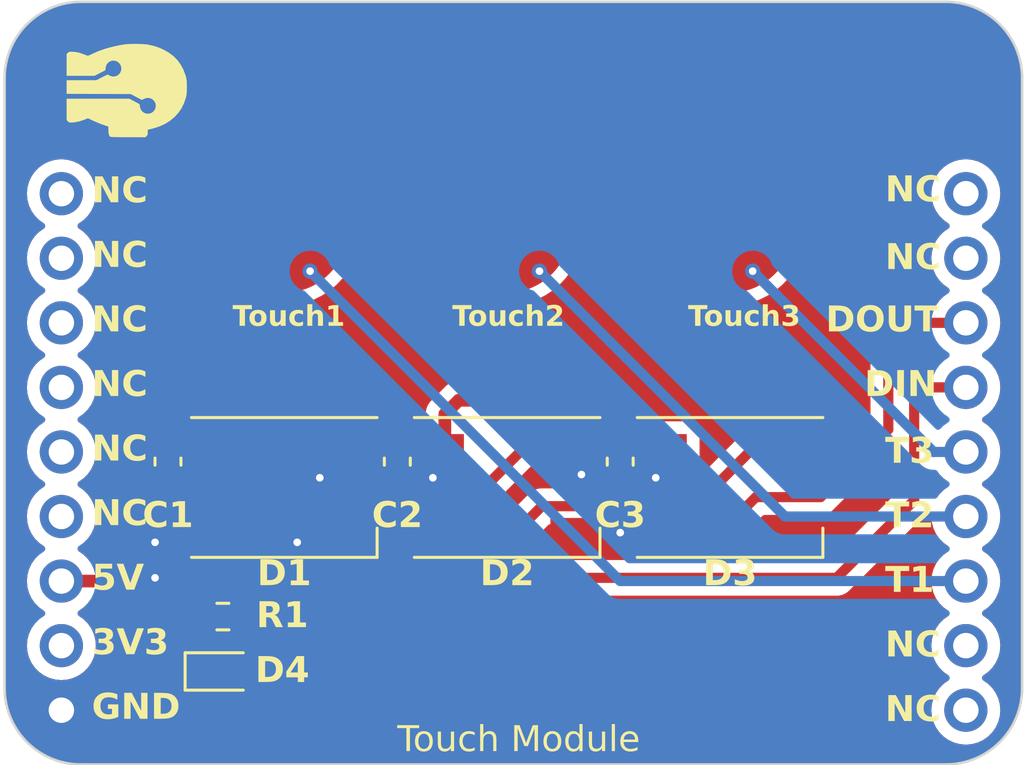
<source format=kicad_pcb>
(kicad_pcb (version 20240108) (generator "pcbnew") (generator_version "8.0")
  (layers (0 "F.Cu" signal) (31 "B.Cu" signal) (34 "B.Paste" user) (35 "F.Paste" user) (36 "B.SilkS" user "B.Silkscreen") (37 "F.SilkS" user "F.Silkscreen") (38 "B.Mask" user) (39 "F.Mask" user) (44 "Edge.Cuts" user))
  (net 0 "")
  (net 1 "+5V")
  (net 2 "GND")
  (net 3 "TOUCH1")
  (net 4 "TOUCH2")
  (net 5 "TOUCH3")
  (net 6 "Net-(D1-DOUT)")
  (net 7 "DIN")
  (net 8 "Net-(D2-DOUT)")
  (net 9 "DOUT")
  (net 10 "Net-(D4-A)")
  (footprint "Library:touch" (layer "F.Cu") (at 66.421 50.673)
    (property "Reference" "U1" (hide yes))
    (property "Value" "~" (hide yes))
    (pad "1" smd circle (at -0.01 0) (size 5 5) (layers "F.Cu" "F.Paste" "F.Mask") (net 3 "TOUCH1"))
  )
  (footprint "LED_SMD:LED_WS2812B_PLCC4_5.0x5.0mm_P3.2mm" (layer "F.Cu") (at 83.947 60.833)
    (property "Reference" "D3" (at 0 3.429 0) (layer "F.SilkS") (effects (font (thickness 0.15) (bold yes))))
    (property "Value" "WS2812B" (hide yes))
    (fp_line (start -3.65 -2.75) (end 3.65 -2.75) (stroke (width 0.12)) (layer "F.SilkS"))
    (fp_line (start -3.65 2.75) (end 3.65 2.75) (stroke (width 0.12)) (layer "F.SilkS"))
    (fp_line (start 3.65 2.75) (end 3.65 1.6) (stroke (width 0.12)) (layer "F.SilkS"))
    (pad "1" smd rect (at -2.45 -1.65) (size 1.5 0.9) (layers "F.Cu" "F.Paste" "F.Mask") (net 1 "+5V"))
    (pad "2" smd rect (at -2.45 1.65) (size 1.5 0.9) (layers "F.Cu" "F.Paste" "F.Mask") (net 9 "DOUT"))
    (pad "3" smd rect (at 2.45 1.65) (size 1.5 0.9) (layers "F.Cu" "F.Paste" "F.Mask") (net 2 "GND"))
    (pad "4" smd rect (at 2.45 -1.65) (size 1.5 0.9) (layers "F.Cu" "F.Paste" "F.Mask") (net 8 "Net-(D2-DOUT)"))
  )
  (footprint "Capacitor_SMD:C_0603_1608Metric" (layer "F.Cu") (at 61.849 59.817 -90)
    (property "Reference" "C1" (at 2.159 0 180) (layer "F.SilkS") (effects (font (thickness 0.15) (bold yes))))
    (property "Value" "0.1uF" (hide yes))
    (fp_line (start -0.14058 0.51) (end 0.14058 0.51) (stroke (width 0.12)) (layer "F.SilkS"))
    (fp_line (start -0.14058 -0.51) (end 0.14058 -0.51) (stroke (width 0.12)) (layer "F.SilkS"))
    (pad "1" smd roundrect (at -0.775 0 270) (size 0.9 0.95) (layers "F.Cu" "F.Paste" "F.Mask") (net 1 "+5V"))
    (pad "2" smd roundrect (at 0.775 0 270) (size 0.9 0.95) (layers "F.Cu" "F.Paste" "F.Mask") (net 2 "GND"))
  )
  (footprint "Library:touch" (layer "F.Cu") (at 83.947 50.673)
    (property "Reference" "U3" (hide yes))
    (property "Value" "~" (hide yes))
    (pad "1" smd circle (at -0.01 0) (size 5 5) (layers "F.Cu" "F.Paste" "F.Mask") (net 5 "TOUCH3"))
  )
  (footprint "LED_SMD:LED_0603_1608Metric" (layer "F.Cu") (at 64.008 68.072)
    (property "Reference" "D4" (at 2.3368 0 0) (layer "F.SilkS") (effects (font (thickness 0.15) (bold yes))))
    (property "Value" "LED" (hide yes))
    (fp_line (start -1.485 -0.735) (end -1.485 0.735) (stroke (width 0.12)) (layer "F.SilkS"))
    (fp_line (start -1.485 0.735) (end 0.8 0.735) (stroke (width 0.12)) (layer "F.SilkS"))
    (fp_line (start 0.8 -0.735) (end -1.485 -0.735) (stroke (width 0.12)) (layer "F.SilkS"))
    (pad "1" smd roundrect (at -0.7875 0) (size 0.875 0.95) (layers "F.Cu" "F.Paste" "F.Mask") (net 2 "GND"))
    (pad "2" smd roundrect (at 0.7875 0) (size 0.875 0.95) (layers "F.Cu" "F.Paste" "F.Mask") (net 10 "Net-(D4-A)"))
  )
  (footprint "air_module:air_module" (layer "F.Cu") (at 75.1078 61.8096)
    (property "Reference" "U4" (hide yes))
    (property "Value" "~")
    (fp_poly (pts (xy -14.409382 -18.424609) (xy -14.284373 -18.420345) (xy -14.172436 -18.41358) (xy -14.080802 -18.404375) (xy -14.041724 -18.398303) (xy -13.853269 -18.357149) (xy -13.683331 -18.306133) (xy -13.519369 -18.241174) (xy -13.429404 -18.199111) (xy -13.225809 -18.083691) (xy -13.047121 -17.948997) (xy -12.892918 -17.794515) (xy -12.762778 -17.619731) (xy -12.65628 -17.424131) (xy -12.573 -17.2072) (xy -12.549521 -17.127104) (xy -12.536759 -17.07492) (xy -12.527646 -17.022564) (xy -12.521606 -16.963179) (xy -12.518064 -16.889906) (xy -12.516445 -16.795888) (xy -12.51616 -16.729254) (xy -12.516471 -16.624139) (xy -12.518179 -16.54326) (xy -12.521973 -16.479269) (xy -12.528539 -16.424819) (xy -12.538566 -16.372562) (xy -12.552742 -16.315149) (xy -12.556087 -16.30258) (xy -12.629514 -16.087143) (xy -12.729163 -15.888572) (xy -12.853947 -15.707853) (xy -13.002778 -15.54597) (xy -13.174568 -15.403908) (xy -13.368231 -15.282653) (xy -13.582678 -15.183189) (xy -13.816822 -15.106501) (xy -13.899335 -15.086106) (xy -14.053347 -15.050981) (xy -14.053347 -14.949039) (xy -14.054887 -14.890965) (xy -14.061819 -14.853309) (xy -14.077607 -14.824956) (xy -14.09952 -14.800924) (xy -14.145693 -14.754751) (xy -14.822188 -14.755232) (xy -15.017354 -14.755779) (xy -15.180988 -14.757122) (xy -15.313136 -14.759262) (xy -15.413847 -14.762201) (xy -15.483171 -14.765939) (xy -15.521154 -14.770477) (xy -15.527806 -14.772641) (xy -15.563505 -14.810321) (xy -15.587341 -14.875416) (xy -15.599544 -14.968744) (xy -15.601382 -15.034623) (xy -15.601407 -15.173346) (xy -15.801123 -15.240942) (xy -15.897413 -15.275849) (xy -16.007494 -15.319396) (xy -16.117074 -15.365754) (xy -16.20292 -15.404809) (xy -16.405002 -15.50108) (xy -16.548858 -15.442837) (xy -16.738064 -15.37858) (xy -16.919457 -15.342673) (xy -17.036014 -15.334083) (xy -17.096368 -15.333393) (xy -17.134749 -15.336828) (xy -17.160749 -15.347281) (xy -17.183963 -15.367645) (xy -17.197923 -15.382892) (xy -17.244143 -15.434479) (xy -17.244143 -15.852824) (xy -17.244143 -16.271169) (xy -16.010726 -16.271169) (xy -14.77731 -16.271169) (xy -14.567601 -16.160489) (xy -14.48664 -16.117331) (xy -14.429866 -16.085528) (xy -14.393293 -16.062146) (xy -14.372934 -16.044251) (xy -14.364803 -16.028908) (xy -14.364911 -16.013181) (xy -14.365213 -16.01152) (xy -14.36356 -15.958395) (xy -14.345036 -15.893567) (xy -14.3142 -15.828542) (xy -14.27561 -15.774828) (xy -14.268562 -15.767605) (xy -14.220027 -15.731434) (xy -14.160444 -15.701004) (xy -14.138599 -15.693187) (xy -14.044845 -15.679294) (xy -13.957182 -15.692779) (xy -13.879309 -15.729553) (xy -13.814926 -15.785526) (xy -13.767732 -15.856611) (xy -13.741427 -15.938718) (xy -13.739711 -16.027758) (xy -13.761874 -16.109552) (xy -13.812507 -16.193911) (xy -13.88157 -16.255114) (xy -13.964389 -16.291555) (xy -14.056294 -16.301627) (xy -14.152611 -16.283725) (xy -14.204852 -16.261841) (xy -14.28573 -16.220921) (xy -14.505204 -16.336872) (xy -14.724678 -16.452824) (xy -15.98441 -16.457138) (xy -17.244143 -16.461453) (xy -17.244143 -16.72962) (xy -17.244143 -16.997786) (xy -16.659908 -16.997786) (xy -16.075673 -16.997786) (xy -15.84744 -17.11641) (xy -15.749428 -17.165928) (xy -15.676635 -17.199529) (xy -15.629594 -17.216985) (xy -15.608844 -17.218071) (xy -15.608333 -17.217439) (xy -15.588169 -17.200581) (xy -15.550213 -17.178859) (xy -15.532275 -17.170245) (xy -15.441144 -17.144115) (xy -15.35248 -17.145987) (xy -15.27045 -17.172316) (xy -15.19922 -17.219556) (xy -15.142957 -17.284165) (xy -15.105828 -17.362595) (xy -15.092 -17.451304) (xy -15.102599 -17.535769) (xy -15.139889 -17.622434) (xy -15.199 -17.691754) (xy -15.274232 -17.740831) (xy -15.359887 -17.766768) (xy -15.450265 -17.766666) (xy -15.518719 -17.747343) (xy -15.603564 -17.697205) (xy -15.664 -17.627479) (xy -15.700644 -17.537286) (xy -15.711338 -17.4743) (xy -15.719827 -17.390055) (xy -15.932045 -17.280799) (xy -16.144263 -17.171542) (xy -16.694203 -17.171542) (xy -17.244143 -17.171542) (xy -17.244143 -17.59925) (xy -17.244143 -18.026958) (xy -17.19797 -18.073131) (xy -17.171241 -18.097234) (xy -17.144844 -18.11106) (xy -17.108952 -18.117397) (xy -17.053736 -18.119029) (xy -17.036061 -18.119029) (xy -16.888934 -18.108389) (xy -16.737628 -18.076092) (xy -16.574707 -18.02053) (xy -16.567054 -18.017486) (xy -16.503947 -17.993107) (xy -16.450536 -17.974072) (xy -16.414495 -17.963039) (xy -16.404952 -17.961343) (xy -16.383132 -17.968004) (xy -16.339239 -17.986194) (xy -16.27941 -18.013224) (xy -16.209783 -18.046407) (xy -16.201562 -18.050428) (xy -15.977798 -18.148206) (xy -15.72745 -18.235531) (xy -15.454095 -18.311363) (xy -15.161304 -18.374665) (xy -14.977414 -18.406257) (xy -14.895512 -18.415422) (xy -14.790527 -18.421778) (xy -14.66969 -18.425387) (xy -14.540231 -18.42631)) (fill solid) (layer "F.SilkS"))
    (fp_line (start -19.68 -17.08) (end -19.68 6.92) (stroke (width 0.1)) (layer "Edge.Cuts"))
    (fp_line (start -16.68 9.92) (end 17.32 9.92) (stroke (width 0.1)) (layer "Edge.Cuts"))
    (fp_line (start 17.32 -20.08) (end -16.68 -20.08) (stroke (width 0.1)) (layer "Edge.Cuts"))
    (fp_line (start 20.32 6.92) (end 20.32 -17.08) (stroke (width 0.1)) (layer "Edge.Cuts"))
    (fp_arc (start -19.68 -17.08) (mid -18.80132 -19.20132) (end -16.68 -20.08) (stroke (width 0.1)) (layer "Edge.Cuts"))
    (fp_arc (start -16.68 9.92) (mid -18.80132 9.04132) (end -19.68 6.92) (stroke (width 0.1)) (layer "Edge.Cuts"))
    (fp_arc (start 17.32 -20.08) (mid 19.44132 -19.20132) (end 20.32 -17.08) (stroke (width 0.1)) (layer "Edge.Cuts"))
    (fp_arc (start 20.32 6.92) (mid 19.44132 9.04132) (end 17.32 9.92) (stroke (width 0.1)) (layer "Edge.Cuts"))
    (fp_text user "T1" (at 14.9352 3.302 0) (layer "F.SilkS") (effects (font (thickness 0.2) (bold yes)) (justify left bottom)))
    (fp_text user "NC" (at -16.256 0.6744 0) (layer "F.SilkS") (effects (font (thickness 0.2) (bold yes)) (justify left bottom)))
    (fp_text user "Touch Module" (at -4.2418 9.5644 0) (layer "F.SilkS") (effects (font (thickness 0.1)) (justify left bottom)))
    (fp_text user "T3" (at 14.9352 -1.778 0) (layer "F.SilkS") (effects (font (thickness 0.2) (bold yes)) (justify left bottom)))
    (fp_text user "T2" (at 14.9352 0.762 0) (layer "F.SilkS") (effects (font (thickness 0.2) (bold yes)) (justify left bottom)))
    (fp_text user "DOUT" (at 12.5984 -6.9456 0) (layer "F.SilkS") (effects (font (thickness 0.2) (bold yes)) (justify left bottom)))
    (fp_text user "NC" (at -16.256 -4.4056 0) (layer "F.SilkS") (effects (font (thickness 0.2) (bold yes)) (justify left bottom)))
    (fp_text user "NC" (at -16.256 -1.8656 0) (layer "F.SilkS") (effects (font (thickness 0.2) (bold yes)) (justify left bottom)))
    (fp_text user "NC" (at -16.256 -9.4856 0) (layer "F.SilkS") (effects (font (thickness 0.2) (bold yes)) (justify left bottom)))
    (fp_text user "NC" (at 14.9352 5.842 0) (layer "F.SilkS") (effects (font (thickness 0.2) (bold yes)) (justify left bottom)))
    (fp_text user "5V" (at -16.256 3.2144 0) (layer "F.SilkS") (effects (font (thickness 0.2) (bold yes)) (justify left bottom)))
    (fp_text user "NC" (at 14.9352 8.382 0) (layer "F.SilkS") (effects (font (thickness 0.2) (bold yes)) (justify left bottom)))
    (fp_text user "NC" (at 14.9352 -12.065 0) (layer "F.SilkS") (effects (font (thickness 0.2) (bold yes)) (justify left bottom)))
    (fp_text user "DIN" (at 14.1224 -4.4056 0) (layer "F.SilkS") (effects (font (thickness 0.2) (bold yes)) (justify left bottom)))
    (fp_text user "GND" (at -16.256 8.2944 0) (layer "F.SilkS") (effects (font (thickness 0.2) (bold yes)) (justify left bottom)))
    (fp_text user "NC" (at -16.256 -6.9456 0) (layer "F.SilkS") (effects (font (thickness 0.2) (bold yes)) (justify left bottom)))
    (fp_text user "3V3" (at -16.256 5.7544 0) (layer "F.SilkS") (effects (font (thickness 0.2) (bold yes)) (justify left bottom)))
    (fp_text user "NC" (at -16.256 -12.0256 0) (layer "F.SilkS") (effects (font (thickness 0.2) (bold yes)) (justify left bottom)))
    (fp_text user "NC" (at 14.9352 -9.398 0) (layer "F.SilkS") (effects (font (thickness 0.2) (bold yes)) (justify left bottom)))
    (pad "1" thru_hole oval (at -17.4498 -12.5336) (size 1.7 1.7) (drill 1) (layers "*.Cu" "*.Mask"))
    (pad "2" thru_hole oval (at -17.4498 -9.9936) (size 1.7 1.7) (drill 1) (layers "*.Cu" "*.Mask"))
    (pad "3" thru_hole oval (at -17.4498 -7.4536) (size 1.7 1.7) (drill 1) (layers "*.Cu" "*.Mask"))
    (pad "4" thru_hole oval (at -17.4498 -4.9136) (size 1.7 1.7) (drill 1) (layers "*.Cu" "*.Mask"))
    (pad "5" thru_hole oval (at -17.4498 -2.3736) (size 1.7 1.7) (drill 1) (layers "*.Cu" "*.Mask"))
    (pad "6" thru_hole oval (at -17.4498 0.1664) (size 1.7 1.7) (drill 1) (layers "*.Cu" "*.Mask"))
    (pad "7" thru_hole oval (at -17.4498 2.7064) (size 1.7 1.7) (drill 1) (layers "*.Cu" "*.Mask") (net 1 "+5V"))
    (pad "8" thru_hole oval (at -17.4498 5.2464) (size 1.7 1.7) (drill 1) (layers "*.Cu" "*.Mask"))
    (pad "9" thru_hole oval (at -17.4498 7.7864) (size 1.7 1.7) (drill 1) (layers "*.Cu" "*.Mask") (net 2 "GND"))
    (pad "10" thru_hole oval (at 18.1102 7.7864) (size 1.7 1.7) (drill 1) (layers "*.Cu" "*.Mask"))
    (pad "11" thru_hole oval (at 18.1102 5.2464) (size 1.7 1.7) (drill 1) (layers "*.Cu" "*.Mask"))
    (pad "12" thru_hole oval (at 18.1102 2.7064) (size 1.7 1.7) (drill 1) (layers "*.Cu" "*.Mask") (net 3 "TOUCH1"))
    (pad "13" thru_hole oval (at 18.1102 0.1664) (size 1.7 1.7) (drill 1) (layers "*.Cu" "*.Mask") (net 4 "TOUCH2"))
    (pad "14" thru_hole oval (at 18.1102 -2.3736) (size 1.7 1.7) (drill 1) (layers "*.Cu" "*.Mask") (net 5 "TOUCH3"))
    (pad "15" thru_hole oval (at 18.1102 -4.9136) (size 1.7 1.7) (drill 1) (layers "*.Cu" "*.Mask") (net 7 "DIN"))
    (pad "16" thru_hole oval (at 18.1102 -7.4536) (size 1.7 1.7) (drill 1) (layers "*.Cu" "*.Mask") (net 9 "DOUT"))
    (pad "17" thru_hole oval (at 18.1102 -9.9936) (size 1.7 1.7) (drill 1) (layers "*.Cu" "*.Mask"))
    (pad "18" thru_hole oval (at 18.1102 -12.5336) (size 1.7 1.7) (drill 1) (layers "*.Cu" "*.Mask"))
  )
  (footprint "Capacitor_SMD:C_0603_1608Metric" (layer "F.Cu") (at 79.629 59.817 -90)
    (property "Reference" "C3" (at 2.159 0 180) (layer "F.SilkS") (effects (font (thickness 0.15) (bold yes))))
    (property "Value" "0.1uF" (hide yes))
    (fp_line (start -0.14058 0.51) (end 0.14058 0.51) (stroke (width 0.12)) (layer "F.SilkS"))
    (fp_line (start -0.14058 -0.51) (end 0.14058 -0.51) (stroke (width 0.12)) (layer "F.SilkS"))
    (pad "1" smd roundrect (at -0.775 0 270) (size 0.9 0.95) (layers "F.Cu" "F.Paste" "F.Mask") (net 1 "+5V"))
    (pad "2" smd roundrect (at 0.775 0 270) (size 0.9 0.95) (layers "F.Cu" "F.Paste" "F.Mask") (net 2 "GND"))
  )
  (footprint "LED_SMD:LED_WS2812B_PLCC4_5.0x5.0mm_P3.2mm" (layer "F.Cu") (at 66.421 60.833)
    (property "Reference" "D1" (at 0 3.429 0) (layer "F.SilkS") (effects (font (thickness 0.15) (bold yes))))
    (property "Value" "WS2812B" (hide yes))
    (fp_line (start -3.65 -2.75) (end 3.65 -2.75) (stroke (width 0.12)) (layer "F.SilkS"))
    (fp_line (start -3.65 2.75) (end 3.65 2.75) (stroke (width 0.12)) (layer "F.SilkS"))
    (fp_line (start 3.65 2.75) (end 3.65 1.6) (stroke (width 0.12)) (layer "F.SilkS"))
    (pad "1" smd rect (at -2.45 -1.65) (size 1.5 0.9) (layers "F.Cu" "F.Paste" "F.Mask") (net 1 "+5V"))
    (pad "2" smd rect (at -2.45 1.65) (size 1.5 0.9) (layers "F.Cu" "F.Paste" "F.Mask") (net 6 "Net-(D1-DOUT)"))
    (pad "3" smd rect (at 2.45 1.65) (size 1.5 0.9) (layers "F.Cu" "F.Paste" "F.Mask") (net 2 "GND"))
    (pad "4" smd rect (at 2.45 -1.65) (size 1.5 0.9) (layers "F.Cu" "F.Paste" "F.Mask") (net 7 "DIN"))
  )
  (footprint "Capacitor_SMD:C_0603_1608Metric" (layer "F.Cu") (at 70.866 59.817 -90)
    (property "Reference" "C2" (at 2.159 0 180) (layer "F.SilkS") (effects (font (thickness 0.15) (bold yes))))
    (property "Value" "0.1uF" (hide yes))
    (fp_line (start -0.14058 0.51) (end 0.14058 0.51) (stroke (width 0.12)) (layer "F.SilkS"))
    (fp_line (start -0.14058 -0.51) (end 0.14058 -0.51) (stroke (width 0.12)) (layer "F.SilkS"))
    (pad "1" smd roundrect (at -0.775 0 270) (size 0.9 0.95) (layers "F.Cu" "F.Paste" "F.Mask") (net 1 "+5V"))
    (pad "2" smd roundrect (at 0.775 0 270) (size 0.9 0.95) (layers "F.Cu" "F.Paste" "F.Mask") (net 2 "GND"))
  )
  (footprint "LED_SMD:LED_WS2812B_PLCC4_5.0x5.0mm_P3.2mm" (layer "F.Cu") (at 75.184 60.833)
    (property "Reference" "D2" (at 0 3.429 0) (layer "F.SilkS") (effects (font (thickness 0.15) (bold yes))))
    (property "Value" "WS2812B" (hide yes))
    (fp_line (start -3.65 -2.75) (end 3.65 -2.75) (stroke (width 0.12)) (layer "F.SilkS"))
    (fp_line (start -3.65 2.75) (end 3.65 2.75) (stroke (width 0.12)) (layer "F.SilkS"))
    (fp_line (start 3.65 2.75) (end 3.65 1.6) (stroke (width 0.12)) (layer "F.SilkS"))
    (pad "1" smd rect (at -2.45 -1.65) (size 1.5 0.9) (layers "F.Cu" "F.Paste" "F.Mask") (net 1 "+5V"))
    (pad "2" smd rect (at -2.45 1.65) (size 1.5 0.9) (layers "F.Cu" "F.Paste" "F.Mask") (net 8 "Net-(D2-DOUT)"))
    (pad "3" smd rect (at 2.45 1.65) (size 1.5 0.9) (layers "F.Cu" "F.Paste" "F.Mask") (net 2 "GND"))
    (pad "4" smd rect (at 2.45 -1.65) (size 1.5 0.9) (layers "F.Cu" "F.Paste" "F.Mask") (net 6 "Net-(D1-DOUT)"))
  )
  (footprint "Resistor_SMD:R_0603_1608Metric" (layer "F.Cu") (at 64.008 65.913)
    (property "Reference" "R1" (at 2.3368 0 0) (layer "F.SilkS") (effects (font (thickness 0.15) (bold yes))))
    (property "Value" "470R" (hide yes))
    (fp_line (start -0.237258 -0.5225) (end 0.237258 -0.5225) (stroke (width 0.12)) (layer "F.SilkS"))
    (fp_line (start -0.237258 0.5225) (end 0.237258 0.5225) (stroke (width 0.12)) (layer "F.SilkS"))
    (pad "1" smd roundrect (at -0.825 0) (size 0.8 0.95) (layers "F.Cu" "F.Paste" "F.Mask") (net 1 "+5V"))
    (pad "2" smd roundrect (at 0.825 0) (size 0.8 0.95) (layers "F.Cu" "F.Paste" "F.Mask") (net 10 "Net-(D4-A)"))
  )
  (footprint "Library:touch" (layer "F.Cu") (at 75.184 50.673)
    (property "Reference" "U2" (hide yes))
    (property "Value" "~" (hide yes))
    (pad "1" smd circle (at -0.01 0) (size 5 5) (layers "F.Cu" "F.Paste" "F.Mask") (net 4 "TOUCH2"))
  )
  (gr_text "Touch1\n" (at 64.389 54.61 0) (layer "F.SilkS") (effects (font (size 0.8 0.8) (thickness 0.2) (bold yes)) (justify left bottom)))
  (gr_text "Touch2\n" (at 73.025 54.61 0) (layer "F.SilkS") (effects (font (size 0.8 0.8) (thickness 0.2) (bold yes)) (justify left bottom)))
  (gr_text "Touch3\n" (at 82.296 54.61 0) (layer "F.SilkS") (effects (font (size 0.8 0.8) (thickness 0.2) (bold yes)) (justify left bottom)))
  (segment (start 63.83 59.042) (end 63.971 59.183) (width 0.5) (layer "F.Cu") (net 1))
  (segment (start 73.279 57.404) (end 78.994 57.404) (width 0.5) (layer "F.Cu") (net 1))
  (segment (start 61.804339 65.913) (end 63.183 65.913) (width 0.5) (layer "F.Cu") (net 1))
  (segment (start 70.358 57.531) (end 70.866 58.039) (width 0.5) (layer "F.Cu") (net 1))
  (segment (start 60.242661 64.516) (end 57.658 64.516) (width 0.5) (layer "F.Cu") (net 1))
  (segment (start 78.994 57.404) (end 79.629 58.039) (width 0.5) (layer "F.Cu") (net 1))
  (segment (start 63.971 58.203) (end 64.643 57.531) (width 0.5) (layer "F.Cu") (net 1))
  (segment (start 72.734 57.949) (end 73.279 57.404) (width 0.5) (layer "F.Cu") (net 1))
  (segment (start 61.849 59.042) (end 63.83 59.042) (width 0.5) (layer "F.Cu") (net 1))
  (segment (start 61.849 59.042) (end 60.592 59.042) (width 0.5) (layer "F.Cu") (net 1))
  (segment (start 72.593 59.042) (end 72.734 59.183) (width 0.5) (layer "F.Cu") (net 1))
  (segment (start 70.866 59.042) (end 72.593 59.042) (width 0.5) (layer "F.Cu") (net 1))
  (segment (start 60.325 64.433661) (end 61.804339 65.913) (width 0.5) (layer "F.Cu") (net 1))
  (segment (start 60.592 59.042) (end 60.325 59.309) (width 0.5) (layer "F.Cu") (net 1))
  (segment (start 79.629 58.039) (end 79.629 59.042) (width 0.5) (layer "F.Cu") (net 1))
  (segment (start 70.866 58.039) (end 70.866 59.042) (width 0.5) (layer "F.Cu") (net 1))
  (segment (start 60.325 59.309) (end 60.325 63.754) (width 0.5) (layer "F.Cu") (net 1))
  (segment (start 72.734 59.183) (end 72.734 57.949) (width 0.5) (layer "F.Cu") (net 1))
  (segment (start 60.325 64.433661) (end 60.242661 64.516) (width 0.5) (layer "F.Cu") (net 1))
  (segment (start 63.971 59.183) (end 63.971 58.203) (width 0.5) (layer "F.Cu") (net 1))
  (segment (start 60.325 63.754) (end 60.325 64.433661) (width 0.5) (layer "F.Cu") (net 1))
  (segment (start 81.356 59.042) (end 81.497 59.183) (width 0.5) (layer "F.Cu") (net 1))
  (segment (start 79.629 59.042) (end 81.356 59.042) (width 0.5) (layer "F.Cu") (net 1))
  (segment (start 64.643 57.531) (end 70.358 57.531) (width 0.5) (layer "F.Cu") (net 1))
  (via (at 61.341 62.992) (size 0.6) (drill 0.3) (layers "F.Cu" "B.Cu") (net 2))
  (via (at 67.818 60.452) (size 0.6) (drill 0.3) (layers "F.Cu" "B.Cu") (net 2))
  (via (at 81.026 60.452) (size 0.6) (drill 0.3) (layers "F.Cu" "B.Cu") (net 2))
  (via (at 79.629 62.611) (size 0.6) (drill 0.3) (layers "F.Cu" "B.Cu") (net 2))
  (via (at 61.341 64.389) (size 0.6) (drill 0.3) (layers "F.Cu" "B.Cu") (net 2))
  (via (at 72.263 60.452) (size 0.6) (drill 0.3) (layers "F.Cu" "B.Cu") (net 2))
  (via (at 66.929 62.992) (size 0.6) (drill 0.3) (layers "F.Cu" "B.Cu") (net 2))
  (via (at 78.105 60.325) (size 0.6) (drill 0.3) (layers "F.Cu" "B.Cu") (net 2))
  (segment (start 67.437 52.324) (end 67.437 52.363843) (width 0.4) (layer "F.Cu") (net 3))
  (via (at 67.437 52.324) (size 0.6) (drill 0.3) (layers "F.Cu" "B.Cu") (net 3))
  (segment (start 79.629 64.516) (end 67.437 52.324) (width 0.4) (layer "B.Cu") (net 3))
  (segment (start 93.218 64.516) (end 79.629 64.516) (width 0.4) (layer "B.Cu") (net 3))
  (via (at 76.454 52.324) (size 0.6) (drill 0.3) (layers "F.Cu" "B.Cu") (net 4))
  (segment (start 76.454 52.324) (end 86.106 61.976) (width 0.4) (layer "B.Cu") (net 4))
  (segment (start 86.106 61.976) (end 93.218 61.976) (width 0.4) (layer "B.Cu") (net 4))
  (via (at 84.836 52.324) (size 0.6) (drill 0.3) (layers "F.Cu" "B.Cu") (net 5))
  (segment (start 91.948 59.436) (end 93.218 59.436) (width 0.4) (layer "B.Cu") (net 5))
  (segment (start 84.836 52.324) (end 91.948 59.436) (width 0.4) (layer "B.Cu") (net 5))
  (segment (start 63.971 62.483) (end 63.971 62.013) (width 0.4) (layer "F.Cu") (net 6))
  (segment (start 63.971 62.013) (end 64.390868 61.593132) (width 0.4) (layer "F.Cu") (net 6))
  (segment (start 64.390868 61.593132) (end 73.534868 61.593132) (width 0.4) (layer "F.Cu") (net 6))
  (segment (start 73.534868 61.593132) (end 75.945 59.183) (width 0.4) (layer "F.Cu") (net 6))
  (segment (start 75.945 59.183) (end 77.634 59.183) (width 0.4) (layer "F.Cu") (net 6))
  (segment (start 63.627 60.706) (end 62.23 62.103) (width 0.4) (layer "F.Cu") (net 7))
  (segment (start 91.694 56.896) (end 93.218 56.896) (width 0.4) (layer "F.Cu") (net 7))
  (segment (start 67.309 59.183) (end 65.786 60.706) (width 0.4) (layer "F.Cu") (net 7))
  (segment (start 62.23 63.5) (end 63.119 64.389) (width 0.4) (layer "F.Cu") (net 7))
  (segment (start 88.138 64.389) (end 91.186 61.341) (width 0.4) (layer "F.Cu") (net 7))
  (segment (start 65.786 60.706) (end 63.627 60.706) (width 0.4) (layer "F.Cu") (net 7))
  (segment (start 68.871 59.183) (end 67.309 59.183) (width 0.4) (layer "F.Cu") (net 7))
  (segment (start 91.186 57.404) (end 91.694 56.896) (width 0.4) (layer "F.Cu") (net 7))
  (segment (start 62.23 62.103) (end 62.23 63.5) (width 0.4) (layer "F.Cu") (net 7))
  (segment (start 63.119 64.389) (end 88.138 64.389) (width 0.4) (layer "F.Cu") (net 7))
  (segment (start 91.186 61.341) (end 91.186 57.404) (width 0.4) (layer "F.Cu") (net 7))
  (segment (start 84.962 59.183) (end 86.397 59.183) (width 0.4) (layer "F.Cu") (net 8))
  (segment (start 76.546417 61.570583) (end 82.574417 61.570583) (width 0.4) (layer "F.Cu") (net 8))
  (segment (start 75.634 62.483) (end 76.546417 61.570583) (width 0.4) (layer "F.Cu") (net 8))
  (segment (start 82.574417 61.570583) (end 84.962 59.183) (width 0.4) (layer "F.Cu") (net 8))
  (segment (start 72.734 62.483) (end 75.634 62.483) (width 0.4) (layer "F.Cu") (net 8))
  (segment (start 81.497 62.483) (end 83.694 62.483) (width 0.4) (layer "F.Cu") (net 9))
  (segment (start 90.805 54.356) (end 93.218 54.356) (width 0.4) (layer "F.Cu") (net 9))
  (segment (start 90.17 54.991) (end 90.805 54.356) (width 0.4) (layer "F.Cu") (net 9))
  (segment (start 87.503 61.214) (end 90.17 58.547) (width 0.4) (layer "F.Cu") (net 9))
  (segment (start 83.694 62.483) (end 84.963 61.214) (width 0.4) (layer "F.Cu") (net 9))
  (segment (start 84.963 61.214) (end 87.503 61.214) (width 0.4) (layer "F.Cu") (net 9))
  (segment (start 90.17 58.547) (end 90.17 54.991) (width 0.4) (layer "F.Cu") (net 9))
  (segment (start 64.833 68.0345) (end 64.7955 68.072) (width 0.5) (layer "F.Cu") (net 10))
  (segment (start 64.833 65.913) (end 64.833 68.0345) (width 0.5) (layer "F.Cu") (net 10))
  (zone (net 2) (net_name "GND") (layers "F&B.Cu") (connect_pads yes (clearance 0.5)) (min_thickness 0.25) (fill yes (thermal_gap 0.5) (thermal_bridge_width 0.5))
    (polygon (pts (xy 95.504 41.656) (xy 95.504 71.755) (xy 55.245 71.755) (xy 55.245 41.656)))
  )
)
</source>
